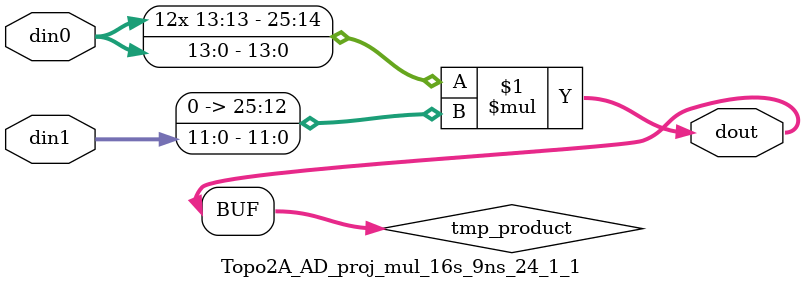
<source format=v>

`timescale 1 ns / 1 ps

 module Topo2A_AD_proj_mul_16s_9ns_24_1_1(din0, din1, dout);
parameter ID = 1;
parameter NUM_STAGE = 0;
parameter din0_WIDTH = 14;
parameter din1_WIDTH = 12;
parameter dout_WIDTH = 26;

input [din0_WIDTH - 1 : 0] din0; 
input [din1_WIDTH - 1 : 0] din1; 
output [dout_WIDTH - 1 : 0] dout;

wire signed [dout_WIDTH - 1 : 0] tmp_product;


























assign tmp_product = $signed(din0) * $signed({1'b0, din1});









assign dout = tmp_product;





















endmodule

</source>
